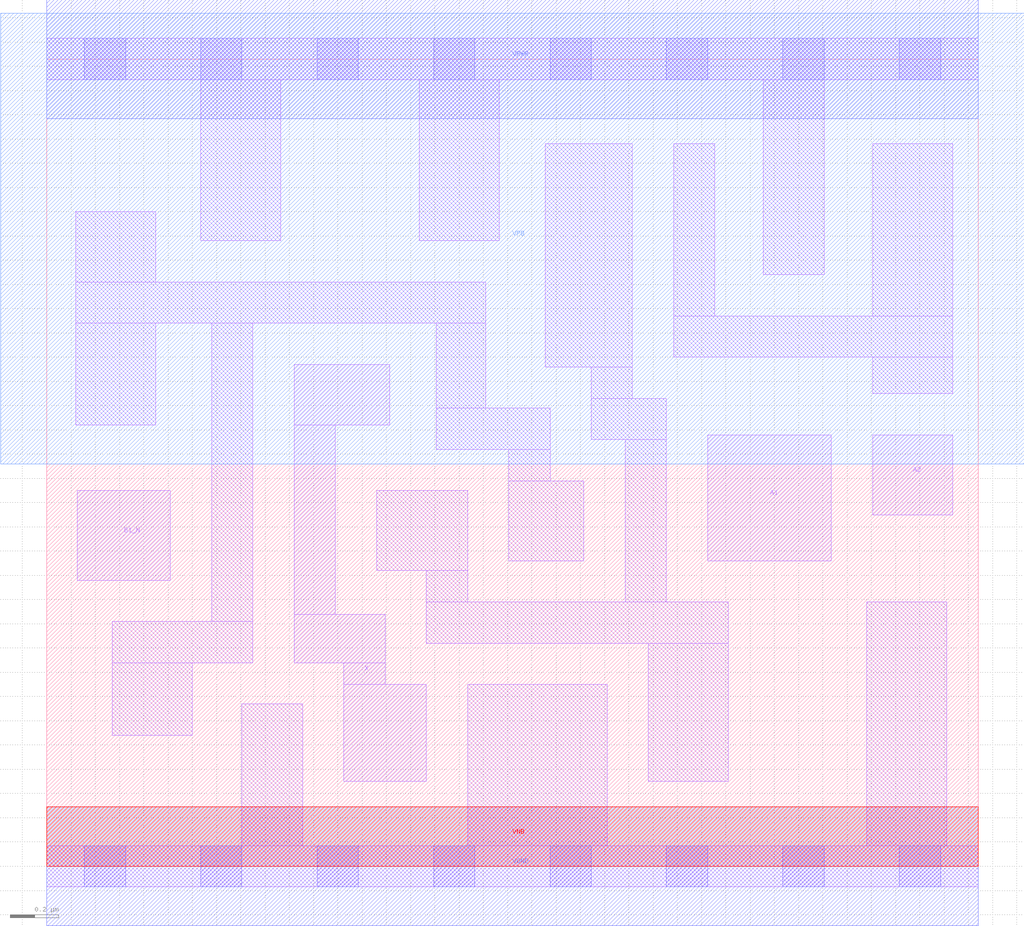
<source format=lef>
# Copyright 2020 The SkyWater PDK Authors
#
# Licensed under the Apache License, Version 2.0 (the "License");
# you may not use this file except in compliance with the License.
# You may obtain a copy of the License at
#
#     https://www.apache.org/licenses/LICENSE-2.0
#
# Unless required by applicable law or agreed to in writing, software
# distributed under the License is distributed on an "AS IS" BASIS,
# WITHOUT WARRANTIES OR CONDITIONS OF ANY KIND, either express or implied.
# See the License for the specific language governing permissions and
# limitations under the License.
#
# SPDX-License-Identifier: Apache-2.0

VERSION 5.7 ;
  NOWIREEXTENSIONATPIN ON ;
  DIVIDERCHAR "/" ;
  BUSBITCHARS "[]" ;
MACRO sky130_fd_sc_ms__a21bo_2
  CLASS CORE ;
  FOREIGN sky130_fd_sc_ms__a21bo_2 ;
  ORIGIN  0.000000  0.000000 ;
  SIZE  3.840000 BY  3.330000 ;
  SYMMETRY X Y ;
  SITE unit ;
  PIN A1
    ANTENNAGATEAREA  0.291000 ;
    DIRECTION INPUT ;
    USE SIGNAL ;
    PORT
      LAYER li1 ;
        RECT 2.725000 1.260000 3.235000 1.780000 ;
    END
  END A1
  PIN A2
    ANTENNAGATEAREA  0.291000 ;
    DIRECTION INPUT ;
    USE SIGNAL ;
    PORT
      LAYER li1 ;
        RECT 3.405000 1.450000 3.735000 1.780000 ;
    END
  END A2
  PIN B1_N
    ANTENNAGATEAREA  0.233700 ;
    DIRECTION INPUT ;
    USE SIGNAL ;
    PORT
      LAYER li1 ;
        RECT 0.125000 1.180000 0.510000 1.550000 ;
    END
  END B1_N
  PIN X
    ANTENNADIFFAREA  0.509600 ;
    DIRECTION OUTPUT ;
    USE SIGNAL ;
    PORT
      LAYER li1 ;
        RECT 1.020000 0.840000 1.395000 1.040000 ;
        RECT 1.020000 1.040000 1.190000 1.820000 ;
        RECT 1.020000 1.820000 1.415000 2.070000 ;
        RECT 1.225000 0.350000 1.565000 0.750000 ;
        RECT 1.225000 0.750000 1.395000 0.840000 ;
    END
  END X
  PIN VGND
    DIRECTION INOUT ;
    USE GROUND ;
    PORT
      LAYER met1 ;
        RECT 0.000000 -0.245000 3.840000 0.245000 ;
    END
  END VGND
  PIN VNB
    DIRECTION INOUT ;
    USE GROUND ;
    PORT
      LAYER pwell ;
        RECT 0.000000 0.000000 3.840000 0.245000 ;
    END
  END VNB
  PIN VPB
    DIRECTION INOUT ;
    USE POWER ;
    PORT
      LAYER nwell ;
        RECT -0.190000 1.660000 4.030000 3.520000 ;
    END
  END VPB
  PIN VPWR
    DIRECTION INOUT ;
    USE POWER ;
    PORT
      LAYER met1 ;
        RECT 0.000000 3.085000 3.840000 3.575000 ;
    END
  END VPWR
  OBS
    LAYER li1 ;
      RECT 0.000000 -0.085000 3.840000 0.085000 ;
      RECT 0.000000  3.245000 3.840000 3.415000 ;
      RECT 0.120000  1.820000 0.450000 2.240000 ;
      RECT 0.120000  2.240000 1.810000 2.410000 ;
      RECT 0.120000  2.410000 0.450000 2.700000 ;
      RECT 0.270000  0.540000 0.600000 0.840000 ;
      RECT 0.270000  0.840000 0.850000 1.010000 ;
      RECT 0.635000  2.580000 0.965000 3.245000 ;
      RECT 0.680000  1.010000 0.850000 2.240000 ;
      RECT 0.805000  0.085000 1.055000 0.670000 ;
      RECT 1.360000  1.220000 1.735000 1.550000 ;
      RECT 1.535000  2.580000 1.865000 3.245000 ;
      RECT 1.565000  0.920000 2.810000 1.090000 ;
      RECT 1.565000  1.090000 1.735000 1.220000 ;
      RECT 1.605000  1.720000 2.075000 1.890000 ;
      RECT 1.605000  1.890000 1.810000 2.240000 ;
      RECT 1.735000  0.085000 2.310000 0.750000 ;
      RECT 1.905000  1.260000 2.215000 1.590000 ;
      RECT 1.905000  1.590000 2.075000 1.720000 ;
      RECT 2.055000  2.060000 2.415000 2.980000 ;
      RECT 2.245000  1.760000 2.555000 1.930000 ;
      RECT 2.245000  1.930000 2.415000 2.060000 ;
      RECT 2.385000  1.090000 2.555000 1.760000 ;
      RECT 2.480000  0.350000 2.810000 0.920000 ;
      RECT 2.585000  2.100000 3.735000 2.270000 ;
      RECT 2.585000  2.270000 2.755000 2.980000 ;
      RECT 2.955000  2.440000 3.205000 3.245000 ;
      RECT 3.380000  0.085000 3.710000 1.090000 ;
      RECT 3.405000  1.950000 3.735000 2.100000 ;
      RECT 3.405000  2.270000 3.735000 2.980000 ;
    LAYER mcon ;
      RECT 0.155000 -0.085000 0.325000 0.085000 ;
      RECT 0.155000  3.245000 0.325000 3.415000 ;
      RECT 0.635000 -0.085000 0.805000 0.085000 ;
      RECT 0.635000  3.245000 0.805000 3.415000 ;
      RECT 1.115000 -0.085000 1.285000 0.085000 ;
      RECT 1.115000  3.245000 1.285000 3.415000 ;
      RECT 1.595000 -0.085000 1.765000 0.085000 ;
      RECT 1.595000  3.245000 1.765000 3.415000 ;
      RECT 2.075000 -0.085000 2.245000 0.085000 ;
      RECT 2.075000  3.245000 2.245000 3.415000 ;
      RECT 2.555000 -0.085000 2.725000 0.085000 ;
      RECT 2.555000  3.245000 2.725000 3.415000 ;
      RECT 3.035000 -0.085000 3.205000 0.085000 ;
      RECT 3.035000  3.245000 3.205000 3.415000 ;
      RECT 3.515000 -0.085000 3.685000 0.085000 ;
      RECT 3.515000  3.245000 3.685000 3.415000 ;
  END
END sky130_fd_sc_ms__a21bo_2
END LIBRARY

</source>
